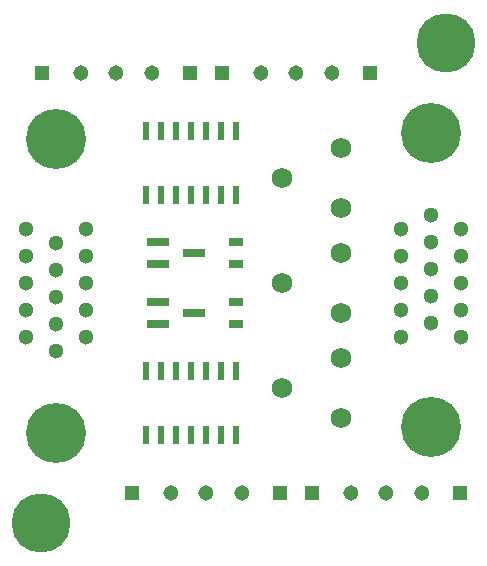
<source format=gts>
G04 #@! TF.FileFunction,Soldermask,Top*
%FSLAX46Y46*%
G04 Gerber Fmt 4.6, Leading zero omitted, Abs format (unit mm)*
G04 Created by KiCad (PCBNEW 4.0.5) date *
%MOMM*%
%LPD*%
G01*
G04 APERTURE LIST*
%ADD10C,0.100000*%
%ADD11C,5.000000*%
%ADD12R,1.300000X0.700000*%
%ADD13R,0.600000X1.500000*%
%ADD14R,1.900000X0.800000*%
%ADD15C,1.750060*%
%ADD16C,5.080000*%
%ADD17C,1.300000*%
%ADD18C,1.305560*%
%ADD19R,1.305560X1.305560*%
G04 APERTURE END LIST*
D10*
D11*
X63500000Y-29210000D03*
X29210000Y-69850000D03*
D12*
X45720000Y-51120000D03*
X45720000Y-53020000D03*
X45720000Y-47940000D03*
X45720000Y-46040000D03*
D13*
X38100000Y-62390000D03*
X39370000Y-62390000D03*
X40640000Y-62390000D03*
X41910000Y-62390000D03*
X43180000Y-62390000D03*
X44450000Y-62390000D03*
X45720000Y-62390000D03*
X45720000Y-56990000D03*
X44450000Y-56990000D03*
X43180000Y-56990000D03*
X41910000Y-56990000D03*
X40640000Y-56990000D03*
X39370000Y-56990000D03*
X38100000Y-56990000D03*
X38100000Y-42070000D03*
X39370000Y-42070000D03*
X40640000Y-42070000D03*
X41910000Y-42070000D03*
X43180000Y-42070000D03*
X44450000Y-42070000D03*
X45720000Y-42070000D03*
X45720000Y-36670000D03*
X44450000Y-36670000D03*
X43180000Y-36670000D03*
X41910000Y-36670000D03*
X40640000Y-36670000D03*
X39370000Y-36670000D03*
X38100000Y-36670000D03*
D14*
X39140000Y-51120000D03*
X39140000Y-53020000D03*
X42140000Y-52070000D03*
X39140000Y-46040000D03*
X39140000Y-47940000D03*
X42140000Y-46990000D03*
D15*
X54569360Y-43139360D03*
X49570640Y-40640000D03*
X54569360Y-38140640D03*
X54569360Y-60919360D03*
X49570640Y-58420000D03*
X54569360Y-55920640D03*
X54569360Y-52029360D03*
X49570640Y-49530000D03*
X54569360Y-47030640D03*
D16*
X62230000Y-36830000D03*
D17*
X59715400Y-49517300D03*
X59715400Y-47231300D03*
X59715400Y-44940220D03*
X59715400Y-51810920D03*
X59715400Y-54099460D03*
X62230000Y-50665380D03*
X62230000Y-48376840D03*
X62230000Y-46085760D03*
X62230000Y-43794680D03*
D16*
X62230000Y-61722000D03*
D17*
X62230000Y-52956460D03*
X64747140Y-44940220D03*
X64747140Y-47231300D03*
X64744600Y-49519840D03*
X64747140Y-51810920D03*
X64747140Y-54099460D03*
D16*
X30480000Y-62230000D03*
D17*
X32994600Y-49542700D03*
X32994600Y-51828700D03*
X32994600Y-54119780D03*
X32994600Y-47249080D03*
X32994600Y-44960540D03*
X30480000Y-48394620D03*
X30480000Y-50683160D03*
X30480000Y-52974240D03*
X30480000Y-55265320D03*
D16*
X30480000Y-37338000D03*
D17*
X30480000Y-46103540D03*
X27962860Y-54119780D03*
X27962860Y-51828700D03*
X27965400Y-49540160D03*
X27962860Y-47249080D03*
X27962860Y-44960540D03*
D18*
X40180260Y-67310000D03*
X43180000Y-67310000D03*
X46179740Y-67310000D03*
D19*
X36931600Y-67310000D03*
X49428400Y-67310000D03*
D18*
X38559740Y-31750000D03*
X35560000Y-31750000D03*
X32560260Y-31750000D03*
D19*
X41808400Y-31750000D03*
X29311600Y-31750000D03*
D18*
X53799740Y-31750000D03*
X50800000Y-31750000D03*
X47800260Y-31750000D03*
D19*
X57048400Y-31750000D03*
X44551600Y-31750000D03*
D18*
X55420260Y-67310000D03*
X58420000Y-67310000D03*
X61419740Y-67310000D03*
D19*
X52171600Y-67310000D03*
X64668400Y-67310000D03*
M02*

</source>
